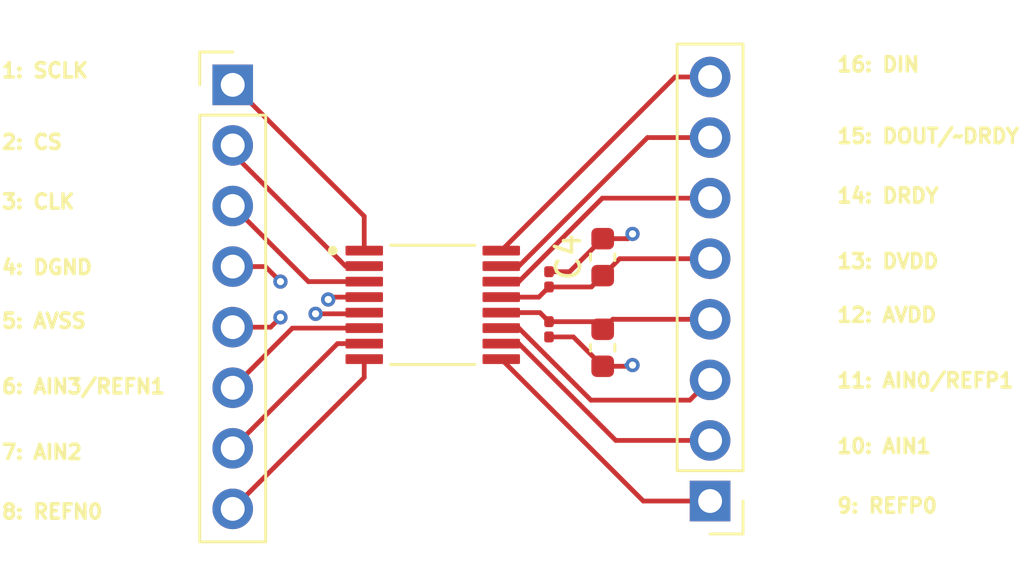
<source format=kicad_pcb>
(kicad_pcb (version 20241229) (generator "pcbnew") (generator_version "9.0")
  (layers (0 "F.Cu" signal) (2 "B.Cu" signal) (13 "F.Paste" user) (15 "B.Paste" user) (5 "F.SilkS" user "F.Silkscreen") (7 "B.SilkS" user "B.Silkscreen") (1 "F.Mask" user) (3 "B.Mask" user) (25 "Edge.Cuts" user))
  (net 0 "")
  (net 1 "AVDD")
  (net 2 "AVSS")
  (net 3 "DGND")
  (net 4 "DVDD")
  (net 5 "REFP0")
  (net 6 "SCLK")
  (net 7 "REFN0")
  (net 8 "CS")
  (net 9 "CLK")
  (net 10 "AIN1")
  (net 11 "DIN")
  (net 12 "DOUT")
  (net 13 "DRDY")
  (net 14 "AIN2")
  (net 15 "AIN3{slash}REFN1")
  (net 16 "AIN0{slash}REFP1")
  (footprint "Capacitor_SMD:C_0603_1608Metric" (layer "F.Cu") (at 160 62.475 90)
    (property "Reference" "C4" (at 0 -1.43 90) (layer "F.SilkS"))
    (property "Value" "10 μF")
    (fp_line (start -0.14058 -0.51) (end 0.14058 -0.51) (stroke (width 0.12)) (layer "F.SilkS"))
    (fp_line (start -0.14058 0.51) (end 0.14058 0.51) (stroke (width 0.12)) (layer "F.SilkS"))
    (pad "1" smd roundrect (at -0.775 0 90) (size 0.9 0.95) (layers "F.Cu" "F.Mask" "F.Paste") (net 4 "DVDD"))
    (pad "2" smd roundrect (at 0.775 0 90) (size 0.9 0.95) (layers "F.Cu" "F.Mask" "F.Paste") (net 3 "DGND"))
  )
  (footprint "Connector_PinHeader_2.54mm:PinHeader_1x08_P2.54mm_Vertical" (layer "F.Cu") (at 144.5 55.25)
    (property "Reference" "J1" (hide yes))
    (property "Value" "Conn_01x08")
    (fp_line (start -1.38 -1.38) (end 0 -1.38) (stroke (width 0.12)) (layer "F.SilkS"))
    (fp_line (start -1.38 0) (end -1.38 -1.38) (stroke (width 0.12)) (layer "F.SilkS"))
    (fp_line (start -1.38 1.27) (end -1.38 19.16) (stroke (width 0.12)) (layer "F.SilkS"))
    (fp_line (start -1.38 1.27) (end 1.38 1.27) (stroke (width 0.12)) (layer "F.SilkS"))
    (fp_line (start -1.38 19.16) (end 1.38 19.16) (stroke (width 0.12)) (layer "F.SilkS"))
    (fp_line (start 1.38 1.27) (end 1.38 19.16) (stroke (width 0.12)) (layer "F.SilkS"))
    (pad "1" thru_hole rect (at 0 0) (size 1.7 1.7) (drill 1) (layers "*.Cu" "*.Mask") (net 6 "SCLK"))
    (pad "2" thru_hole circle (at 0 2.54) (size 1.7 1.7) (drill 1) (layers "*.Cu" "*.Mask") (net 8 "CS"))
    (pad "3" thru_hole circle (at 0 5.08) (size 1.7 1.7) (drill 1) (layers "*.Cu" "*.Mask") (net 9 "CLK"))
    (pad "4" thru_hole circle (at 0 7.62) (size 1.7 1.7) (drill 1) (layers "*.Cu" "*.Mask") (net 3 "DGND"))
    (pad "5" thru_hole circle (at 0 10.16) (size 1.7 1.7) (drill 1) (layers "*.Cu" "*.Mask") (net 2 "AVSS"))
    (pad "6" thru_hole circle (at 0 12.7) (size 1.7 1.7) (drill 1) (layers "*.Cu" "*.Mask") (net 15 "AIN3{slash}REFN1"))
    (pad "7" thru_hole circle (at 0 15.24) (size 1.7 1.7) (drill 1) (layers "*.Cu" "*.Mask") (net 14 "AIN2"))
    (pad "8" thru_hole circle (at 0 17.78) (size 1.7 1.7) (drill 1) (layers "*.Cu" "*.Mask") (net 7 "REFN0"))
  )
  (footprint "Capacitor_SMD:C_0201_0603Metric" (layer "F.Cu") (at 157.75 65.5 90)
    (property "Reference" "C1" (hide yes))
    (property "Value" "0.1 μF" (hide yes))
    (pad "1" smd roundrect (at -0.32 0 90) (size 0.46 0.4) (layers "F.Cu" "F.Mask") (net 2 "AVSS"))
    (pad "2" smd roundrect (at 0.32 0 90) (size 0.46 0.4) (layers "F.Cu" "F.Mask") (net 1 "AVDD"))
  )
  (footprint "ADS1120IPWR:SOP65P640X120-16N" (layer "F.Cu") (at 152.88 64.475)
    (property "Reference" "U1" (hide yes))
    (property "Value" "ADS1120IPWR")
    (fp_line (start -1.765 -2.5) (end 1.765 -2.5) (stroke (width 0.127)) (layer "F.SilkS"))
    (fp_line (start 1.765 2.5) (end -1.765 2.5) (stroke (width 0.127)) (layer "F.SilkS"))
    (fp_circle (center -4.19 -2.275) (end -4.09 -2.275) (stroke (width 0.2)) (fill no) (layer "F.SilkS"))
    (pad "1" smd roundrect (at -2.87 -2.275) (size 1.57 0.41) (layers "F.Cu" "F.Mask" "F.Paste") (roundrect_rratio 0.125) (net 6 "SCLK"))
    (pad "2" smd roundrect (at -2.87 -1.625) (size 1.57 0.41) (layers "F.Cu" "F.Mask" "F.Paste") (roundrect_rratio 0.125) (net 8 "CS"))
    (pad "3" smd roundrect (at -2.87 -0.975) (size 1.57 0.41) (layers "F.Cu" "F.Mask" "F.Paste") (roundrect_rratio 0.125) (net 9 "CLK"))
    (pad "4" smd roundrect (at -2.87 -0.325) (size 1.57 0.41) (layers "F.Cu" "F.Mask" "F.Paste") (roundrect_rratio 0.125) (net 3 "DGND"))
    (pad "5" smd roundrect (at -2.87 0.325) (size 1.57 0.41) (layers "F.Cu" "F.Mask" "F.Paste") (roundrect_rratio 0.125) (net 2 "AVSS"))
    (pad "6" smd roundrect (at -2.87 0.975) (size 1.57 0.41) (layers "F.Cu" "F.Mask" "F.Paste") (roundrect_rratio 0.125) (net 15 "AIN3{slash}REFN1"))
    (pad "7" smd roundrect (at -2.87 1.625) (size 1.57 0.41) (layers "F.Cu" "F.Mask" "F.Paste") (roundrect_rratio 0.125) (net 14 "AIN2"))
    (pad "8" smd roundrect (at -2.87 2.275) (size 1.57 0.41) (layers "F.Cu" "F.Mask" "F.Paste") (roundrect_rratio 0.125) (net 7 "REFN0"))
    (pad "9" smd roundrect (at 2.87 2.275) (size 1.57 0.41) (layers "F.Cu" "F.Mask" "F.Paste") (roundrect_rratio 0.125) (net 5 "REFP0"))
    (pad "10" smd roundrect (at 2.87 1.625) (size 1.57 0.41) (layers "F.Cu" "F.Mask" "F.Paste") (roundrect_rratio 0.125) (net 10 "AIN1"))
    (pad "11" smd roundrect (at 2.87 0.975) (size 1.57 0.41) (layers "F.Cu" "F.Mask" "F.Paste") (roundrect_rratio 0.125) (net 16 "AIN0{slash}REFP1"))
    (pad "12" smd roundrect (at 2.87 0.325) (size 1.57 0.41) (layers "F.Cu" "F.Mask" "F.Paste") (roundrect_rratio 0.125) (net 1 "AVDD"))
    (pad "13" smd roundrect (at 2.87 -0.325) (size 1.57 0.41) (layers "F.Cu" "F.Mask" "F.Paste") (roundrect_rratio 0.125) (net 4 "DVDD"))
    (pad "14" smd roundrect (at 2.87 -0.975) (size 1.57 0.41) (layers "F.Cu" "F.Mask" "F.Paste") (roundrect_rratio 0.125) (net 13 "DRDY"))
    (pad "15" smd roundrect (at 2.87 -1.625) (size 1.57 0.41) (layers "F.Cu" "F.Mask" "F.Paste") (roundrect_rratio 0.125) (net 12 "DOUT"))
    (pad "16" smd roundrect (at 2.87 -2.275) (size 1.57 0.41) (layers "F.Cu" "F.Mask" "F.Paste") (roundrect_rratio 0.125) (net 11 "DIN"))
  )
  (footprint "Capacitor_SMD:C_0201_0603Metric" (layer "F.Cu") (at 157.75 63.405 -90)
    (property "Reference" "C3" (hide yes))
    (property "Value" "0.1 μF")
    (pad "1" smd roundrect (at -0.32 0 270) (size 0.46 0.4) (layers "F.Cu" "F.Mask") (net 3 "DGND"))
    (pad "2" smd roundrect (at 0.32 0 270) (size 0.46 0.4) (layers "F.Cu" "F.Mask") (net 4 "DVDD"))
  )
  (footprint "Connector_PinHeader_2.54mm:PinHeader_1x08_P2.54mm_Vertical" (layer "F.Cu") (at 164.5 72.7 180)
    (property "Reference" "J2" (hide yes))
    (property "Value" "Conn_01x08")
    (fp_line (start 1.38 1.27) (end 1.38 19.16) (stroke (width 0.12)) (layer "F.SilkS"))
    (fp_line (start -1.38 19.16) (end 1.38 19.16) (stroke (width 0.12)) (layer "F.SilkS"))
    (fp_line (start -1.38 1.27) (end 1.38 1.27) (stroke (width 0.12)) (layer "F.SilkS"))
    (fp_line (start -1.38 1.27) (end -1.38 19.16) (stroke (width 0.12)) (layer "F.SilkS"))
    (fp_line (start -1.38 0) (end -1.38 -1.38) (stroke (width 0.12)) (layer "F.SilkS"))
    (fp_line (start -1.38 -1.38) (end 0 -1.38) (stroke (width 0.12)) (layer "F.SilkS"))
    (pad "1" thru_hole rect (at 0 0 180) (size 1.7 1.7) (drill 1) (layers "*.Cu" "*.Mask") (net 5 "REFP0"))
    (pad "2" thru_hole circle (at 0 2.54 180) (size 1.7 1.7) (drill 1) (layers "*.Cu" "*.Mask") (net 10 "AIN1"))
    (pad "3" thru_hole circle (at 0 5.08 180) (size 1.7 1.7) (drill 1) (layers "*.Cu" "*.Mask") (net 16 "AIN0{slash}REFP1"))
    (pad "4" thru_hole circle (at 0 7.62 180) (size 1.7 1.7) (drill 1) (layers "*.Cu" "*.Mask") (net 1 "AVDD"))
    (pad "5" thru_hole circle (at 0 10.16 180) (size 1.7 1.7) (drill 1) (layers "*.Cu" "*.Mask") (net 4 "DVDD"))
    (pad "6" thru_hole circle (at 0 12.7 180) (size 1.7 1.7) (drill 1) (layers "*.Cu" "*.Mask") (net 13 "DRDY"))
    (pad "7" thru_hole circle (at 0 15.24 180) (size 1.7 1.7) (drill 1) (layers "*.Cu" "*.Mask") (net 12 "DOUT"))
    (pad "8" thru_hole circle (at 0 17.78 180) (size 1.7 1.7) (drill 1) (layers "*.Cu" "*.Mask") (net 11 "DIN"))
  )
  (footprint "Capacitor_SMD:C_0603_1608Metric" (layer "F.Cu") (at 160 66.275 -90)
    (property "Reference" "C2" (hide yes))
    (property "Value" "10 μF")
    (fp_line (start -0.14058 0.51) (end 0.14058 0.51) (stroke (width 0.12)) (layer "F.SilkS"))
    (fp_line (start -0.14058 -0.51) (end 0.14058 -0.51) (stroke (width 0.12)) (layer "F.SilkS"))
    (pad "1" smd roundrect (at -0.775 0 270) (size 0.9 0.95) (layers "F.Cu" "F.Mask" "F.Paste") (net 1 "AVDD"))
    (pad "2" smd roundrect (at 0.775 0 270) (size 0.9 0.95) (layers "F.Cu" "F.Mask" "F.Paste") (net 2 "AVSS"))
  )
  (gr_text "7: AIN2" (at 134.75 71 0) (layer "F.SilkS") (effects (font (size 0.6 0.6) (thickness 0.15) (bold yes)) (justify left bottom)))
  (gr_text "8: REFN0" (at 134.75 73.5 0) (layer "F.SilkS") (effects (font (size 0.6 0.6) (thickness 0.15) (bold yes)) (justify left bottom)))
  (gr_text "4: DGND" (at 134.75 63.25 0) (layer "F.SilkS") (effects (font (size 0.6 0.6) (thickness 0.15) (bold yes)) (justify left bottom)))
  (gr_text "16: DIN" (at 169.75 54.75 0) (layer "F.SilkS") (effects (font (size 0.6 0.6) (thickness 0.15) (bold yes)) (justify left bottom)))
  (gr_text "5: AVSS" (at 134.75 65.5 0) (layer "F.SilkS") (effects (font (size 0.6 0.6) (thickness 0.15) (bold yes)) (justify left bottom)))
  (gr_text "6: AIN3/REFN1" (at 134.75 68.25 0) (layer "F.SilkS") (effects (font (size 0.6 0.6) (thickness 0.15) (bold yes)) (justify left bottom)))
  (gr_text "15: DOUT/~DRDY" (at 169.75 57.75 0) (layer "F.SilkS") (effects (font (size 0.6 0.6) (thickness 0.15) (bold yes)) (justify left bottom)))
  (gr_text "11: AIN0/REFP1" (at 169.75 68 0) (layer "F.SilkS") (effects (font (size 0.6 0.6) (thickness 0.15) (bold yes)) (justify left bottom)))
  (gr_text "9: REFP0" (at 169.75 73.25 0) (layer "F.SilkS") (effects (font (size 0.6 0.6) (thickness 0.15) (bold yes)) (justify left bottom)))
  (gr_text "2: CS" (at 134.75 58 0) (layer "F.SilkS") (effects (font (size 0.6 0.6) (thickness 0.15) (bold yes)) (justify left bottom)))
  (gr_text "14: DRDY" (at 169.75 60.25 0) (layer "F.SilkS") (effects (font (size 0.6 0.6) (thickness 0.15) (bold yes)) (justify left bottom)))
  (gr_text "10: AIN1" (at 169.75 70.75 0) (layer "F.SilkS") (effects (font (size 0.6 0.6) (thickness 0.15) (bold yes)) (justify left bottom)))
  (gr_text "12: AVDD" (at 169.75 65.25 0) (layer "F.SilkS") (effects (font (size 0.6 0.6) (thickness 0.15) (bold yes)) (justify left bottom)))
  (gr_text "1: SCLK" (at 134.75 55 0) (layer "F.SilkS") (effects (font (size 0.6 0.6) (thickness 0.15) (bold yes)) (justify left bottom)))
  (gr_text "3: CLK" (at 134.75 60.5 0) (layer "F.SilkS") (effects (font (size 0.6 0.6) (thickness 0.15) (bold yes)) (justify left bottom)))
  (gr_text "13: DVDD" (at 169.75 63 0) (layer "F.SilkS") (effects (font (size 0.6 0.6) (thickness 0.15) (bold yes)) (justify left bottom)))
  (segment (start 157.75 65.18) (end 157.37 64.8) (width 0.2) (layer "F.Cu") (net 1))
  (segment (start 164.5 65.08) (end 160.42 65.08) (width 0.2) (layer "F.Cu") (net 1))
  (segment (start 160 65.5) (end 159.68 65.18) (width 0.2) (layer "F.Cu") (net 1))
  (segment (start 157.37 64.8) (end 155.75 64.8) (width 0.2) (layer "F.Cu") (net 1))
  (segment (start 159.68 65.18) (end 157.75 65.18) (width 0.2) (layer "F.Cu") (net 1))
  (segment (start 160.42 65.08) (end 160 65.5) (width 0.2) (layer "F.Cu") (net 1))
  (segment (start 149.96 64.85) (end 147.970851 64.85) (width 0.2) (layer "F.Cu") (net 2))
  (segment (start 158.77 65.82) (end 160 67.05) (width 0.2) (layer "F.Cu") (net 2))
  (segment (start 157.75 65.82) (end 158.77 65.82) (width 0.2) (layer "F.Cu") (net 2))
  (segment (start 150.01 64.8) (end 149.96 64.85) (width 0.2) (layer "F.Cu") (net 2))
  (segment (start 160 67.05) (end 161.2 67.05) (width 0.2) (layer "F.Cu") (net 2))
  (segment (start 161.2 67.05) (end 161.25 67) (width 0.2) (layer "F.Cu") (net 2))
  (segment (start 146.09 65.41) (end 146.5 65) (width 0.2) (layer "F.Cu") (net 2))
  (segment (start 144.5 65.41) (end 146.09 65.41) (width 0.2) (layer "F.Cu") (net 2))
  (via (at 146.5 65) (size 0.6) (drill 0.3) (layers "F.Cu" "B.Cu") (net 2))
  (via (at 147.970851 64.85) (size 0.6) (drill 0.3) (layers "F.Cu" "B.Cu") (net 2))
  (via (at 161.25 67) (size 0.6) (drill 0.3) (layers "F.Cu" "B.Cu") (net 2))
  (segment (start 161.25 67) (end 161 67) (width 0.2) (layer "B.Cu") (net 2))
  (segment (start 144.5 62.87) (end 145.87 62.87) (width 0.2) (layer "F.Cu") (net 3))
  (segment (start 161.05 61.7) (end 161.25 61.5) (width 0.2) (layer "F.Cu") (net 3))
  (segment (start 158.615 63.085) (end 160 61.7) (width 0.2) (layer "F.Cu") (net 3))
  (segment (start 157.75 63.085) (end 158.615 63.085) (width 0.2) (layer "F.Cu") (net 3))
  (segment (start 148.6 64.15) (end 148.5 64.25) (width 0.2) (layer "F.Cu") (net 3))
  (segment (start 145.87 62.87) (end 146.5 63.5) (width 0.2) (layer "F.Cu") (net 3))
  (segment (start 160 61.7) (end 161.05 61.7) (width 0.2) (layer "F.Cu") (net 3))
  (segment (start 150.01 64.15) (end 148.6 64.15) (width 0.2) (layer "F.Cu") (net 3))
  (via (at 148.5 64.25) (size 0.6) (drill 0.3) (layers "F.Cu" "B.Cu") (net 3))
  (via (at 161.25 61.5) (size 0.6) (drill 0.3) (layers "F.Cu" "B.Cu") (net 3))
  (via (at 146.5 63.5) (size 0.6) (drill 0.3) (layers "F.Cu" "B.Cu") (net 3))
  (segment (start 157.75 63.725) (end 157.325 64.15) (width 0.2) (layer "F.Cu") (net 4))
  (segment (start 164.5 62.54) (end 160.71 62.54) (width 0.2) (layer "F.Cu") (net 4))
  (segment (start 160.71 62.54) (end 160 63.25) (width 0.2) (layer "F.Cu") (net 4))
  (segment (start 157.325 64.15) (end 155.75 64.15) (width 0.2) (layer "F.Cu") (net 4))
  (segment (start 160 63.25) (end 159.525 63.725) (width 0.2) (layer "F.Cu") (net 4))
  (segment (start 159.525 63.725) (end 157.75 63.725) (width 0.2) (layer "F.Cu") (net 4))
  (segment (start 161.7 72.7) (end 155.75 66.75) (width 0.2) (layer "F.Cu") (net 5))
  (segment (start 164.5 72.7) (end 161.7 72.7) (width 0.2) (layer "F.Cu") (net 5))
  (segment (start 144.5 55.25) (end 150.01 60.76) (width 0.2) (layer "F.Cu") (net 6))
  (segment (start 150.01 60.76) (end 150.01 62.2) (width 0.2) (layer "F.Cu") (net 6))
  (segment (start 144.5 73.03) (end 150.01 67.52) (width 0.2) (layer "F.Cu") (net 7))
  (segment (start 150.01 67.52) (end 150.01 66.75) (width 0.2) (layer "F.Cu") (net 7))
  (segment (start 144.5 58.124999) (end 144.5 57.79) (width 0.2) (layer "F.Cu") (net 8))
  (segment (start 150.01 62.85) (end 149.225001 62.85) (width 0.2) (layer "F.Cu") (net 8))
  (segment (start 149.225001 62.85) (end 148.5625 62.1875) (width 0.2) (layer "F.Cu") (net 8))
  (segment (start 148.5625 62.1875) (end 144.5 58.124999) (width 0.2) (layer "F.Cu") (net 8))
  (segment (start 147.67 63.5) (end 150.01 63.5) (width 0.2) (layer "F.Cu") (net 9))
  (segment (start 144.5 60.33) (end 147.67 63.5) (width 0.2) (layer "F.Cu") (net 9))
  (segment (start 160.547078 70.16) (end 156.487078 66.1) (width 0.2) (layer "F.Cu") (net 10))
  (segment (start 164.5 70.16) (end 160.547078 70.16) (width 0.2) (layer "F.Cu") (net 10))
  (segment (start 156.487078 66.1) (end 155.75 66.1) (width 0.2) (layer "F.Cu") (net 10))
  (segment (start 163.03 54.92) (end 155.75 62.2) (width 0.2) (layer "F.Cu") (net 11))
  (segment (start 164.5 54.92) (end 163.03 54.92) (width 0.2) (layer "F.Cu") (net 11))
  (segment (start 164.5 57.46) (end 161.877078 57.46) (width 0.2) (layer "F.Cu") (net 12))
  (segment (start 156.487078 62.85) (end 155.75 62.85) (width 0.2) (layer "F.Cu") (net 12))
  (segment (start 161.877078 57.46) (end 156.487078 62.85) (width 0.2) (layer "F.Cu") (net 12))
  (segment (start 156.487078 63.5) (end 155.75 63.5) (width 0.2) (layer "F.Cu") (net 13))
  (segment (start 164.5 60) (end 159.987078 60) (width 0.2) (layer "F.Cu") (net 13))
  (segment (start 159.987078 60) (end 156.487078 63.5) (width 0.2) (layer "F.Cu") (net 13))
  (segment (start 144.5 70.49) (end 148.89 66.1) (width 0.2) (layer "F.Cu") (net 14))
  (segment (start 148.89 66.1) (end 150.01 66.1) (width 0.2) (layer "F.Cu") (net 14))
  (segment (start 147 65.45) (end 150.01 65.45) (width 0.2) (layer "F.Cu") (net 15))
  (segment (start 144.5 67.95) (end 147 65.45) (width 0.2) (layer "F.Cu") (net 15))
  (segment (start 156.487078 65.45) (end 155.75 65.45) (width 0.2) (layer "F.Cu") (net 16))
  (segment (start 163.65 68.47) (end 159.507078 68.47) (width 0.2) (layer "F.Cu") (net 16))
  (segment (start 164.5 67.62) (end 163.65 68.47) (width 0.2) (layer "F.Cu") (net 16))
  (segment (start 159.507078 68.47) (end 156.487078 65.45) (width 0.2) (layer "F.Cu") (net 16))
)
</source>
